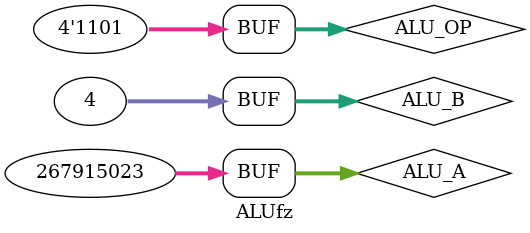
<source format=v>
`timescale 1ns / 1ps


module ALUfz();
//INPUT
reg [3:0]ALU_OP;
reg [31:0]ALU_A;
reg [31:0]ALU_B;
//OUTPUT
wire [31:0]ALU_F;
wire ZF,SF,CF,OF;
initial
    begin
         //Ë¼¿¼Ìâ3
            ALU_OP=4'b0000;ALU_A=32'h7FFF_FFF0; ALU_B=32'h7FFF_FFFF;#50;//¼Ó
            ALU_OP=4'b1000;ALU_A=32'h7FFF_FFF0; ALU_B=32'h7FFF_FFFF;#50;//¼õ
        //¼Ó·¨
            ALU_OP=4'b0000;ALU_A=32'h0000_0000; ALU_B=32'h0000_0000;#50;
            ALU_OP=4'b0000;ALU_A=32'h0000_0001; ALU_B=32'h0000_0001;#50;
            ALU_OP=4'b0000;ALU_A=32'h5555_5555; ALU_B=32'h9999_9999;#50;
            ALU_OP=4'b0000;ALU_A=32'h00FF_00FF; ALU_B=32'h5F5F_5F5F;#50;
            ALU_OP=4'b0000;ALU_A=32'hF0F0_F0F0; ALU_B=32'h0000_0004;#50;
            ALU_OP=4'b0000;ALU_A=32'hF000_0004; ALU_B=32'h1000_000F;#50;
        //×óÒÆ
            ALU_OP=4'b0001;ALU_A=32'h0000_0000; ALU_B=32'h0000_0001;#50;
            ALU_OP=4'b0001;ALU_A=32'h0000_0000; ALU_B=32'h0000_0000;#50;
            ALU_OP=4'b0001;ALU_A=32'h5555_5555; ALU_B=32'h9999_9999;#50;
            ALU_OP=4'b0001;ALU_A=32'h00FF_00FF; ALU_B=32'h5F5F_5F5F;#50;
            ALU_OP=4'b0001;ALU_A=32'hF0F0_F0F0; ALU_B=32'h0000_0004;#50;
            ALU_OP=4'b0001;ALU_A=32'h0000_0004; ALU_B=32'hEFEF_EFEF;#50;
        //ÓÐ·ûºÅ±È½Ï
            ALU_OP=4'b0010;ALU_A=32'hFFF8_0001; ALU_B=32'hFFF8_0002;#50;
            ALU_OP=4'b0010;ALU_A=32'h0000_0000; ALU_B=32'h0000_0001;#50;
            ALU_OP=4'b0010;ALU_A=32'h0000_0000; ALU_B=32'h0000_0000;#50;
            ALU_OP=4'b0010;ALU_A=32'h5555_5555; ALU_B=32'h9999_9999;#50;
            ALU_OP=4'b0010;ALU_A=32'h00FF_00FF; ALU_B=32'h5F5F_5F5F;#50;
            ALU_OP=4'b0010;ALU_A=32'hF0F0_F0F0; ALU_B=32'h0000_0004;#50;
            ALU_OP=4'b0010;ALU_A=32'h0000_0004; ALU_B=32'hEFEF_EFEF;#50;
        //ÎÞ·ûºÅ±È½Ï
            ALU_OP=4'b0011;ALU_A=32'hFFF8_0001; ALU_B=32'hFFF8_0002;#50;
            ALU_OP=4'b0011;ALU_A=32'h0000_0000; ALU_B=32'h0000_0001;#50;
            ALU_OP=4'b0011;ALU_A=32'h0000_0000; ALU_B=32'h0000_0000;#50;
            ALU_OP=4'b0011;ALU_A=32'h5555_5555; ALU_B=32'h9999_9999;#50;
            ALU_OP=4'b0011;ALU_A=32'h00FF_00FF; ALU_B=32'h5F5F_5F5F;#50;
            ALU_OP=4'b0011;ALU_A=32'hF0F0_F0F0; ALU_B=32'h0000_0004;#50;
            ALU_OP=4'b0011;ALU_A=32'h0000_0004; ALU_B=32'hEFEF_EFEF;#50;
        //Òì»ò
            ALU_OP=4'b0100;ALU_A=32'h7FFF_FFFF; ALU_B=32'h7FFF_FFFF;#50;
            ALU_OP=4'b0100;ALU_A=32'hFFFF_FFFF; ALU_B=32'hFFFF_FFFF;#50;
            ALU_OP=4'b0100;ALU_A=32'h5555_5555; ALU_B=32'h9999_9999;#50;
            ALU_OP=4'b0100;ALU_A=32'h00FF_00FF; ALU_B=32'h5F5F_5F5F;#50;
            ALU_OP=4'b0100;ALU_A=32'hF0F0_F0F0; ALU_B=32'h0000_0004;#50;
            ALU_OP=4'b0100;ALU_A=32'h0000_0004; ALU_B=32'hEFEF_EFEF;#50;
        //Âß¼­ÓÒÒÆ£¬¸ßÎ»²¹Áã
            ALU_OP=4'b0101;ALU_A=32'h7FFF_FFFF; ALU_B=32'h7FFF_FFFD;#50;
            ALU_OP=4'b0101;ALU_A=32'h7FFF_FFFF; ALU_B=32'hFFFF_FFFF;#50;
            ALU_OP=4'b0101;ALU_A=32'h5555_5555; ALU_B=32'h9999_9999;#50;
            ALU_OP=4'b0101;ALU_A=32'h00FF_00FF; ALU_B=32'h5F5F_5F5F;#50;
            ALU_OP=4'b0101;ALU_A=32'hF0F0_F0F0; ALU_B=32'h0000_0004;#50;
            ALU_OP=4'b0101;ALU_A=32'h0000_0004; ALU_B=32'hEFEF_EFEF;#50;
        //°´Î»»ò
            ALU_OP=4'b0110;ALU_A=32'h7FFF_FFFF; ALU_B=32'h8FFF_FFFF;#50;
            ALU_OP=4'b0110;ALU_A=32'hFFFF_FFFF; ALU_B=32'h7FFF_FFFF;#50;
            ALU_OP=4'b0110;ALU_A=32'h5555_5555; ALU_B=32'h9999_9999;#50;
            ALU_OP=4'b0110;ALU_A=32'h00FF_00FF; ALU_B=32'h5F5F_5F5F;#50;
            ALU_OP=4'b0110;ALU_A=32'hF0F0_F0F0; ALU_B=32'h0000_0004;#50;
            ALU_OP=4'b0110;ALU_A=32'h0000_0004; ALU_B=32'hEFEF_EFEF;#50;
        //°´Î»Óë
            ALU_OP=4'b0111;ALU_A=32'h0000_0001; ALU_B=32'h0000_0001;#50;
            ALU_OP=4'b0111;ALU_A=32'h0000_0001; ALU_B=32'h0000_0008;#50;
            ALU_OP=4'b0111;ALU_A=32'h5555_5555; ALU_B=32'h9999_9999;#50;
            ALU_OP=4'b0111;ALU_A=32'h00FF_00FF; ALU_B=32'h5F5F_5F5F;#50;
            ALU_OP=4'b0111;ALU_A=32'hF0F0_F0F0; ALU_B=32'h0000_0004;#50;
            ALU_OP=4'b0111;ALU_A=32'h0000_0004; ALU_B=32'hEFEF_EFEF;#50;
        //¼õ·¨
            ALU_OP=4'b1000;ALU_A=32'h0000_0001; ALU_B=32'h0000_0001;#50;
            ALU_OP=4'b1000;ALU_A=32'h0000_0001; ALU_B=32'h0000_0008;#50;
            ALU_OP=4'b1000;ALU_A=32'h5555_5555; ALU_B=32'h9999_9999;#50;
            ALU_OP=4'b1000;ALU_A=32'h00FF_00FF; ALU_B=32'h5F5F_5F5F;#50;
            ALU_OP=4'b1000;ALU_A=32'hF0F0_F0F0; ALU_B=32'h0000_0004;#50;
            ALU_OP=4'b1000;ALU_A=32'h0000_0004; ALU_B=32'hEFEF_EFEF;#50;
        //ËãÊõÓÒÒÆ£¬¸ßÎ»²¹ALU_A[31]
            ALU_OP=4'b1101;ALU_A=32'h0000_0001; ALU_B=32'h0000_0001;#50;
            ALU_OP=4'b1101;ALU_A=32'h0000_0001; ALU_B=32'h0000_0008;#50;
            ALU_OP=4'b1101;ALU_A=32'h5555_5555; ALU_B=32'h9999_9999;#50;
            ALU_OP=4'b1101;ALU_A=32'h00FF_00FF; ALU_B=32'h5F5F_5F5F;#50;
            ALU_OP=4'b1101;ALU_A=32'hF0F0_F0F0; ALU_B=32'h0000_0004;#50;
            ALU_OP=4'b1101;ALU_A=32'h0000_0004; ALU_B=32'hEFEF_EFEF;#50;
            ALU_OP=4'b1101;ALU_A=32'hFFF8_0F0F; ALU_B=32'h0000_0004;#50;
            ALU_OP=4'b1101;ALU_A=32'h0FF8_0F0F; ALU_B=32'h0000_0004;#50;
    end
ALU fz(ALU_OP,ALU_A,ALU_B,ALU_F,ZF,SF,CF,OF);
endmodule
</source>
